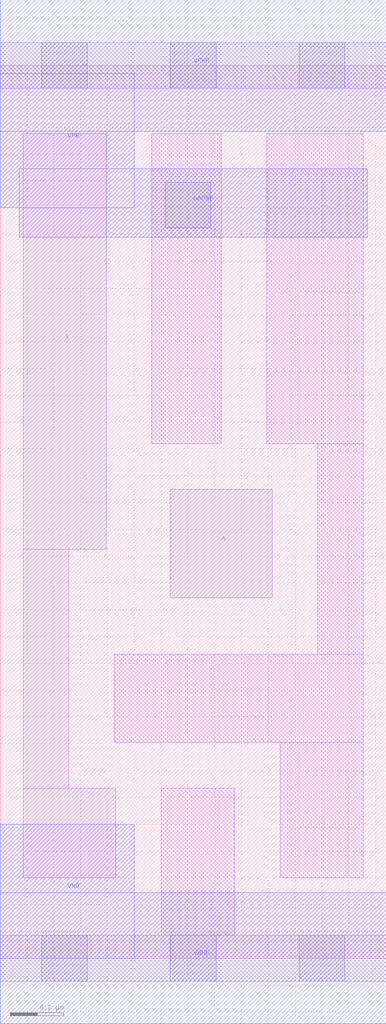
<source format=lef>
# Copyright 2020 The SkyWater PDK Authors
#
# Licensed under the Apache License, Version 2.0 (the "License");
# you may not use this file except in compliance with the License.
# You may obtain a copy of the License at
#
#     https://www.apache.org/licenses/LICENSE-2.0
#
# Unless required by applicable law or agreed to in writing, software
# distributed under the License is distributed on an "AS IS" BASIS,
# WITHOUT WARRANTIES OR CONDITIONS OF ANY KIND, either express or implied.
# See the License for the specific language governing permissions and
# limitations under the License.
#
# SPDX-License-Identifier: Apache-2.0

VERSION 5.5 ;
NAMESCASESENSITIVE ON ;
BUSBITCHARS "[]" ;
DIVIDERCHAR "/" ;
MACRO sky130_fd_sc_lp__bufkapwr_1
  CLASS CORE ;
  SOURCE USER ;
  ORIGIN  0.000000  0.000000 ;
  SIZE  1.440000 BY  3.330000 ;
  SYMMETRY X Y ;
  SITE unit ;
  PIN A
    ANTENNAGATEAREA  0.252000 ;
    DIRECTION INPUT ;
    USE SIGNAL ;
    PORT
      LAYER li1 ;
        RECT 0.635000 1.345000 1.015000 1.750000 ;
    END
  END A
  PIN X
    ANTENNADIFFAREA  0.445200 ;
    DIRECTION OUTPUT ;
    USE SIGNAL ;
    PORT
      LAYER li1 ;
        RECT 0.085000 0.300000 0.430000 0.635000 ;
        RECT 0.085000 0.635000 0.255000 1.525000 ;
        RECT 0.085000 1.525000 0.395000 3.075000 ;
    END
  END X
  PIN KAPWR
    DIRECTION INOUT ;
    USE POWER ;
    PORT
      LAYER met1 ;
        RECT 0.070000 2.690000 1.370000 2.945000 ;
    END
  END KAPWR
  PIN VGND
    DIRECTION INOUT ;
    USE GROUND ;
    PORT
      LAYER met1 ;
        RECT 0.000000 -0.245000 1.440000 0.245000 ;
    END
  END VGND
  PIN VNB
    DIRECTION INOUT ;
    USE GROUND ;
    PORT
      LAYER met1 ;
        RECT 0.000000 0.000000 0.500000 0.500000 ;
    END
  END VNB
  PIN VPB
    DIRECTION INOUT ;
    USE POWER ;
    PORT
      LAYER met1 ;
        RECT 0.000000 2.800000 0.500000 3.300000 ;
    END
  END VPB
  PIN VPWR
    DIRECTION INOUT ;
    USE POWER ;
    PORT
      LAYER met1 ;
        RECT 0.000000 3.085000 1.440000 3.575000 ;
    END
  END VPWR
  OBS
    LAYER li1 ;
      RECT 0.000000 -0.085000 1.440000 0.085000 ;
      RECT 0.000000  3.245000 1.440000 3.415000 ;
      RECT 0.425000  0.805000 1.355000 1.135000 ;
      RECT 0.565000  1.920000 0.825000 3.075000 ;
      RECT 0.600000  0.085000 0.875000 0.635000 ;
      RECT 0.995000  1.920000 1.355000 3.075000 ;
      RECT 1.045000  0.300000 1.355000 0.805000 ;
      RECT 1.185000  1.135000 1.355000 1.920000 ;
    LAYER mcon ;
      RECT 0.155000 -0.085000 0.325000 0.085000 ;
      RECT 0.155000  3.245000 0.325000 3.415000 ;
      RECT 0.615000  2.725000 0.785000 2.895000 ;
      RECT 0.635000 -0.085000 0.805000 0.085000 ;
      RECT 0.635000  3.245000 0.805000 3.415000 ;
      RECT 1.115000 -0.085000 1.285000 0.085000 ;
      RECT 1.115000  3.245000 1.285000 3.415000 ;
  END
END sky130_fd_sc_lp__bufkapwr_1

</source>
